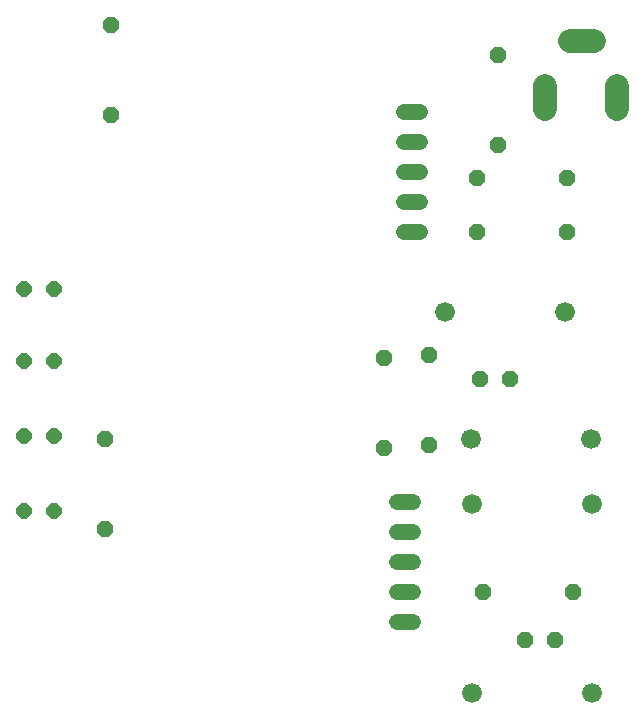
<source format=gbl>
G75*
%MOIN*%
%OFA0B0*%
%FSLAX25Y25*%
%IPPOS*%
%LPD*%
%AMOC8*
5,1,8,0,0,1.08239X$1,22.5*
%
%ADD10C,0.06600*%
%ADD11C,0.07874*%
%ADD12OC8,0.05150*%
%ADD13C,0.05200*%
%ADD14OC8,0.05200*%
D10*
X0161000Y0147500D03*
X0201000Y0147500D03*
X0209500Y0105000D03*
X0209906Y0083508D03*
X0169906Y0083508D03*
X0169500Y0105000D03*
X0170000Y0020500D03*
X0210000Y0020500D03*
D11*
X0218311Y0215063D02*
X0218311Y0222937D01*
X0210437Y0237898D02*
X0202563Y0237898D01*
X0194295Y0222937D02*
X0194295Y0215063D01*
D12*
X0030500Y0155000D03*
X0020500Y0155000D03*
X0020500Y0131000D03*
X0030500Y0131000D03*
X0030500Y0106000D03*
X0020500Y0106000D03*
X0020500Y0081000D03*
X0030500Y0081000D03*
D13*
X0144900Y0084000D02*
X0150100Y0084000D01*
X0150100Y0074000D02*
X0144900Y0074000D01*
X0144900Y0064000D02*
X0150100Y0064000D01*
X0150100Y0054000D02*
X0144900Y0054000D01*
X0144900Y0044000D02*
X0150100Y0044000D01*
X0152600Y0174000D02*
X0147400Y0174000D01*
X0147400Y0184000D02*
X0152600Y0184000D01*
X0152600Y0194000D02*
X0147400Y0194000D01*
X0147400Y0204000D02*
X0152600Y0204000D01*
X0152600Y0214000D02*
X0147400Y0214000D01*
D14*
X0047500Y0075000D03*
X0047500Y0105000D03*
X0140500Y0102000D03*
X0155500Y0103000D03*
X0172500Y0125000D03*
X0182500Y0125000D03*
X0155500Y0133000D03*
X0140500Y0132000D03*
X0171500Y0174000D03*
X0171500Y0192000D03*
X0178500Y0203000D03*
X0201500Y0192000D03*
X0201500Y0174000D03*
X0178500Y0233000D03*
X0049500Y0243000D03*
X0049500Y0213000D03*
X0173500Y0054000D03*
X0187500Y0038000D03*
X0197500Y0038000D03*
X0203500Y0054000D03*
M02*

</source>
